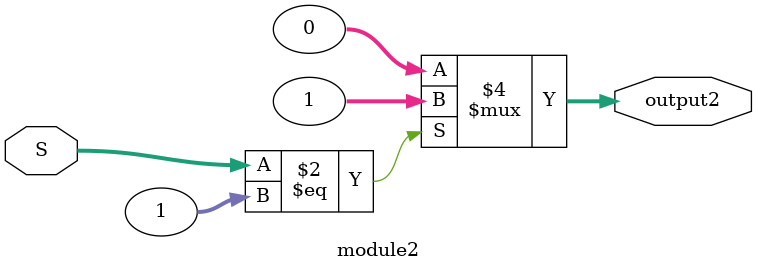
<source format=v>
module module2(S, output2);
input [31:0] S;
output reg [31:0] output2;
always @(S)
begin
if (S == 1) begin
output2 = 1;
end else begin
output2 = 0; end
end
endmodule
</source>
